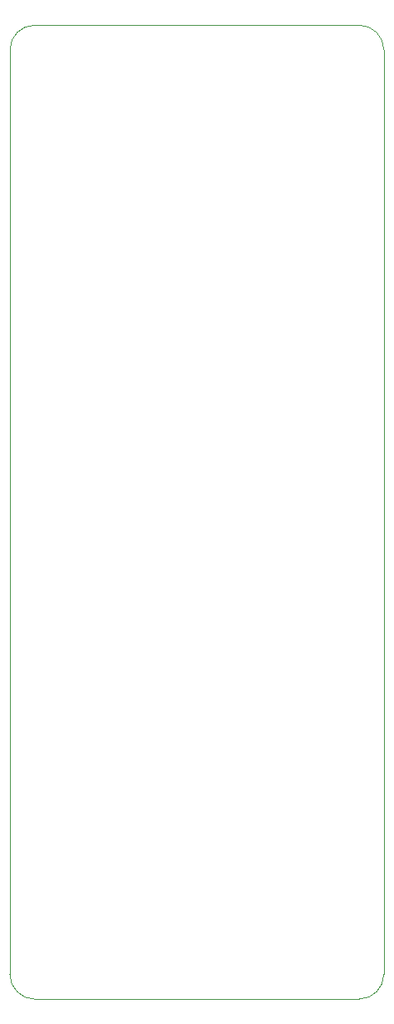
<source format=gm1>
G04 #@! TF.GenerationSoftware,KiCad,Pcbnew,6.0.0-d3dd2cf0fa~116~ubuntu20.04.1*
G04 #@! TF.CreationDate,2022-01-02T10:52:25-05:00*
G04 #@! TF.ProjectId,basic_mixer,62617369-635f-46d6-9978-65722e6b6963,0*
G04 #@! TF.SameCoordinates,Original*
G04 #@! TF.FileFunction,Profile,NP*
%FSLAX46Y46*%
G04 Gerber Fmt 4.6, Leading zero omitted, Abs format (unit mm)*
G04 Created by KiCad (PCBNEW 6.0.0-d3dd2cf0fa~116~ubuntu20.04.1) date 2022-01-02 10:52:25*
%MOMM*%
%LPD*%
G01*
G04 APERTURE LIST*
G04 #@! TA.AperFunction,Profile*
%ADD10C,0.100000*%
G04 #@! TD*
G04 APERTURE END LIST*
D10*
X152400000Y-134620000D02*
X152400000Y-40640000D01*
X149860000Y-137160000D02*
G75*
G03*
X152400000Y-134620000I-1J2540001D01*
G01*
X114300000Y-40640000D02*
X114300000Y-134620000D01*
X116840000Y-137160000D02*
X149860000Y-137160000D01*
X152400000Y-40640000D02*
G75*
G03*
X149860000Y-38100000I-2540001J-1D01*
G01*
X114300000Y-134620000D02*
G75*
G03*
X116840000Y-137160000I2540001J1D01*
G01*
X149860000Y-38100000D02*
X116840000Y-38100000D01*
X116840000Y-38100000D02*
G75*
G03*
X114300000Y-40640000I1J-2540001D01*
G01*
M02*

</source>
